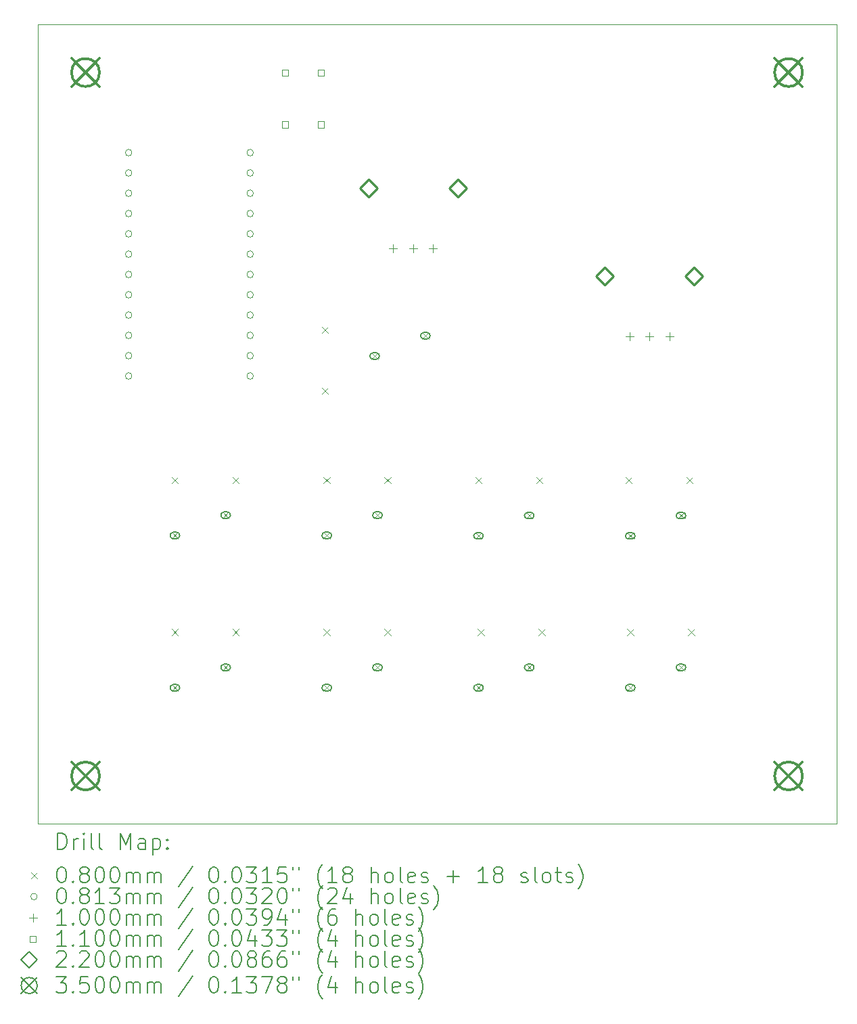
<source format=gbr>
%TF.GenerationSoftware,KiCad,Pcbnew,(6.0.9-0)*%
%TF.CreationDate,2023-04-08T13:57:58+09:00*%
%TF.ProjectId,keypad,6b657970-6164-42e6-9b69-6361645f7063,1*%
%TF.SameCoordinates,Original*%
%TF.FileFunction,Drillmap*%
%TF.FilePolarity,Positive*%
%FSLAX45Y45*%
G04 Gerber Fmt 4.5, Leading zero omitted, Abs format (unit mm)*
G04 Created by KiCad (PCBNEW (6.0.9-0)) date 2023-04-08 13:57:58*
%MOMM*%
%LPD*%
G01*
G04 APERTURE LIST*
%ADD10C,0.100000*%
%ADD11C,0.200000*%
%ADD12C,0.080000*%
%ADD13C,0.081280*%
%ADD14C,0.110000*%
%ADD15C,0.220000*%
%ADD16C,0.350000*%
G04 APERTURE END LIST*
D10*
X10338000Y-4800000D02*
X20338000Y-4800000D01*
X20338000Y-4800000D02*
X20338000Y-14800000D01*
X20338000Y-14800000D02*
X10338000Y-14800000D01*
X10338000Y-14800000D02*
X10338000Y-4800000D01*
D11*
D12*
X12017000Y-10460000D02*
X12097000Y-10540000D01*
X12097000Y-10460000D02*
X12017000Y-10540000D01*
X12017000Y-11151000D02*
X12097000Y-11231000D01*
X12097000Y-11151000D02*
X12017000Y-11231000D01*
D11*
X12037000Y-11231000D02*
X12077000Y-11231000D01*
X12037000Y-11151000D02*
X12077000Y-11151000D01*
X12077000Y-11231000D02*
G75*
G03*
X12077000Y-11151000I0J40000D01*
G01*
X12037000Y-11151000D02*
G75*
G03*
X12037000Y-11231000I0J-40000D01*
G01*
D12*
X12017000Y-12360000D02*
X12097000Y-12440000D01*
X12097000Y-12360000D02*
X12017000Y-12440000D01*
X12017000Y-13056000D02*
X12097000Y-13136000D01*
X12097000Y-13056000D02*
X12017000Y-13136000D01*
D11*
X12037000Y-13136000D02*
X12077000Y-13136000D01*
X12037000Y-13056000D02*
X12077000Y-13056000D01*
X12077000Y-13136000D02*
G75*
G03*
X12077000Y-13056000I0J40000D01*
G01*
X12037000Y-13056000D02*
G75*
G03*
X12037000Y-13136000I0J-40000D01*
G01*
D12*
X12652000Y-10897000D02*
X12732000Y-10977000D01*
X12732000Y-10897000D02*
X12652000Y-10977000D01*
D11*
X12672000Y-10977000D02*
X12712000Y-10977000D01*
X12672000Y-10897000D02*
X12712000Y-10897000D01*
X12712000Y-10977000D02*
G75*
G03*
X12712000Y-10897000I0J40000D01*
G01*
X12672000Y-10897000D02*
G75*
G03*
X12672000Y-10977000I0J-40000D01*
G01*
D12*
X12652000Y-12802000D02*
X12732000Y-12882000D01*
X12732000Y-12802000D02*
X12652000Y-12882000D01*
D11*
X12672000Y-12882000D02*
X12712000Y-12882000D01*
X12672000Y-12802000D02*
X12712000Y-12802000D01*
X12712000Y-12882000D02*
G75*
G03*
X12712000Y-12802000I0J40000D01*
G01*
X12672000Y-12802000D02*
G75*
G03*
X12672000Y-12882000I0J-40000D01*
G01*
D12*
X12779000Y-10460000D02*
X12859000Y-10540000D01*
X12859000Y-10460000D02*
X12779000Y-10540000D01*
X12779000Y-12360000D02*
X12859000Y-12440000D01*
X12859000Y-12360000D02*
X12779000Y-12440000D01*
X13898000Y-8579000D02*
X13978000Y-8659000D01*
X13978000Y-8579000D02*
X13898000Y-8659000D01*
X13898000Y-9341000D02*
X13978000Y-9421000D01*
X13978000Y-9341000D02*
X13898000Y-9421000D01*
X13917000Y-10460000D02*
X13997000Y-10540000D01*
X13997000Y-10460000D02*
X13917000Y-10540000D01*
X13917000Y-11151000D02*
X13997000Y-11231000D01*
X13997000Y-11151000D02*
X13917000Y-11231000D01*
D11*
X13937000Y-11231000D02*
X13977000Y-11231000D01*
X13937000Y-11151000D02*
X13977000Y-11151000D01*
X13977000Y-11231000D02*
G75*
G03*
X13977000Y-11151000I0J40000D01*
G01*
X13937000Y-11151000D02*
G75*
G03*
X13937000Y-11231000I0J-40000D01*
G01*
D12*
X13917000Y-12360000D02*
X13997000Y-12440000D01*
X13997000Y-12360000D02*
X13917000Y-12440000D01*
X13917000Y-13056000D02*
X13997000Y-13136000D01*
X13997000Y-13056000D02*
X13917000Y-13136000D01*
D11*
X13937000Y-13136000D02*
X13977000Y-13136000D01*
X13937000Y-13056000D02*
X13977000Y-13056000D01*
X13977000Y-13136000D02*
G75*
G03*
X13977000Y-13056000I0J40000D01*
G01*
X13937000Y-13056000D02*
G75*
G03*
X13937000Y-13136000I0J-40000D01*
G01*
D12*
X14517000Y-8906000D02*
X14597000Y-8986000D01*
X14597000Y-8906000D02*
X14517000Y-8986000D01*
D11*
X14537000Y-8986000D02*
X14577000Y-8986000D01*
X14537000Y-8906000D02*
X14577000Y-8906000D01*
X14577000Y-8986000D02*
G75*
G03*
X14577000Y-8906000I0J40000D01*
G01*
X14537000Y-8906000D02*
G75*
G03*
X14537000Y-8986000I0J-40000D01*
G01*
D12*
X14552000Y-10897000D02*
X14632000Y-10977000D01*
X14632000Y-10897000D02*
X14552000Y-10977000D01*
D11*
X14572000Y-10977000D02*
X14612000Y-10977000D01*
X14572000Y-10897000D02*
X14612000Y-10897000D01*
X14612000Y-10977000D02*
G75*
G03*
X14612000Y-10897000I0J40000D01*
G01*
X14572000Y-10897000D02*
G75*
G03*
X14572000Y-10977000I0J-40000D01*
G01*
D12*
X14552000Y-12802000D02*
X14632000Y-12882000D01*
X14632000Y-12802000D02*
X14552000Y-12882000D01*
D11*
X14572000Y-12882000D02*
X14612000Y-12882000D01*
X14572000Y-12802000D02*
X14612000Y-12802000D01*
X14612000Y-12882000D02*
G75*
G03*
X14612000Y-12802000I0J40000D01*
G01*
X14572000Y-12802000D02*
G75*
G03*
X14572000Y-12882000I0J-40000D01*
G01*
D12*
X14679000Y-10460000D02*
X14759000Y-10540000D01*
X14759000Y-10460000D02*
X14679000Y-10540000D01*
X14679000Y-12360000D02*
X14759000Y-12440000D01*
X14759000Y-12360000D02*
X14679000Y-12440000D01*
X15152000Y-8652000D02*
X15232000Y-8732000D01*
X15232000Y-8652000D02*
X15152000Y-8732000D01*
D11*
X15172000Y-8732000D02*
X15212000Y-8732000D01*
X15172000Y-8652000D02*
X15212000Y-8652000D01*
X15212000Y-8732000D02*
G75*
G03*
X15212000Y-8652000I0J40000D01*
G01*
X15172000Y-8652000D02*
G75*
G03*
X15172000Y-8732000I0J-40000D01*
G01*
D12*
X15817000Y-10460000D02*
X15897000Y-10540000D01*
X15897000Y-10460000D02*
X15817000Y-10540000D01*
X15817000Y-11156000D02*
X15897000Y-11236000D01*
X15897000Y-11156000D02*
X15817000Y-11236000D01*
D11*
X15837000Y-11236000D02*
X15877000Y-11236000D01*
X15837000Y-11156000D02*
X15877000Y-11156000D01*
X15877000Y-11236000D02*
G75*
G03*
X15877000Y-11156000I0J40000D01*
G01*
X15837000Y-11156000D02*
G75*
G03*
X15837000Y-11236000I0J-40000D01*
G01*
D12*
X15817000Y-13056000D02*
X15897000Y-13136000D01*
X15897000Y-13056000D02*
X15817000Y-13136000D01*
D11*
X15837000Y-13136000D02*
X15877000Y-13136000D01*
X15837000Y-13056000D02*
X15877000Y-13056000D01*
X15877000Y-13136000D02*
G75*
G03*
X15877000Y-13056000I0J40000D01*
G01*
X15837000Y-13056000D02*
G75*
G03*
X15837000Y-13136000I0J-40000D01*
G01*
D12*
X15848000Y-12360000D02*
X15928000Y-12440000D01*
X15928000Y-12360000D02*
X15848000Y-12440000D01*
X16452000Y-10902000D02*
X16532000Y-10982000D01*
X16532000Y-10902000D02*
X16452000Y-10982000D01*
D11*
X16472000Y-10982000D02*
X16512000Y-10982000D01*
X16472000Y-10902000D02*
X16512000Y-10902000D01*
X16512000Y-10982000D02*
G75*
G03*
X16512000Y-10902000I0J40000D01*
G01*
X16472000Y-10902000D02*
G75*
G03*
X16472000Y-10982000I0J-40000D01*
G01*
D12*
X16452000Y-12802000D02*
X16532000Y-12882000D01*
X16532000Y-12802000D02*
X16452000Y-12882000D01*
D11*
X16472000Y-12882000D02*
X16512000Y-12882000D01*
X16472000Y-12802000D02*
X16512000Y-12802000D01*
X16512000Y-12882000D02*
G75*
G03*
X16512000Y-12802000I0J40000D01*
G01*
X16472000Y-12802000D02*
G75*
G03*
X16472000Y-12882000I0J-40000D01*
G01*
D12*
X16579000Y-10460000D02*
X16659000Y-10540000D01*
X16659000Y-10460000D02*
X16579000Y-10540000D01*
X16610000Y-12360000D02*
X16690000Y-12440000D01*
X16690000Y-12360000D02*
X16610000Y-12440000D01*
X17698000Y-10460000D02*
X17778000Y-10540000D01*
X17778000Y-10460000D02*
X17698000Y-10540000D01*
X17717000Y-11156000D02*
X17797000Y-11236000D01*
X17797000Y-11156000D02*
X17717000Y-11236000D01*
D11*
X17737000Y-11236000D02*
X17777000Y-11236000D01*
X17737000Y-11156000D02*
X17777000Y-11156000D01*
X17777000Y-11236000D02*
G75*
G03*
X17777000Y-11156000I0J40000D01*
G01*
X17737000Y-11156000D02*
G75*
G03*
X17737000Y-11236000I0J-40000D01*
G01*
D12*
X17717000Y-12360000D02*
X17797000Y-12440000D01*
X17797000Y-12360000D02*
X17717000Y-12440000D01*
X17717000Y-13056000D02*
X17797000Y-13136000D01*
X17797000Y-13056000D02*
X17717000Y-13136000D01*
D11*
X17737000Y-13136000D02*
X17777000Y-13136000D01*
X17737000Y-13056000D02*
X17777000Y-13056000D01*
X17777000Y-13136000D02*
G75*
G03*
X17777000Y-13056000I0J40000D01*
G01*
X17737000Y-13056000D02*
G75*
G03*
X17737000Y-13136000I0J-40000D01*
G01*
D12*
X18352000Y-10902000D02*
X18432000Y-10982000D01*
X18432000Y-10902000D02*
X18352000Y-10982000D01*
D11*
X18372000Y-10982000D02*
X18412000Y-10982000D01*
X18372000Y-10902000D02*
X18412000Y-10902000D01*
X18412000Y-10982000D02*
G75*
G03*
X18412000Y-10902000I0J40000D01*
G01*
X18372000Y-10902000D02*
G75*
G03*
X18372000Y-10982000I0J-40000D01*
G01*
D12*
X18352000Y-12802000D02*
X18432000Y-12882000D01*
X18432000Y-12802000D02*
X18352000Y-12882000D01*
D11*
X18372000Y-12882000D02*
X18412000Y-12882000D01*
X18372000Y-12802000D02*
X18412000Y-12802000D01*
X18412000Y-12882000D02*
G75*
G03*
X18412000Y-12802000I0J40000D01*
G01*
X18372000Y-12802000D02*
G75*
G03*
X18372000Y-12882000I0J-40000D01*
G01*
D12*
X18460000Y-10460000D02*
X18540000Y-10540000D01*
X18540000Y-10460000D02*
X18460000Y-10540000D01*
X18479000Y-12360000D02*
X18559000Y-12440000D01*
X18559000Y-12360000D02*
X18479000Y-12440000D01*
D13*
X11517780Y-6402200D02*
G75*
G03*
X11517780Y-6402200I-40640J0D01*
G01*
X11517780Y-6656200D02*
G75*
G03*
X11517780Y-6656200I-40640J0D01*
G01*
X11517780Y-6910200D02*
G75*
G03*
X11517780Y-6910200I-40640J0D01*
G01*
X11517780Y-7164200D02*
G75*
G03*
X11517780Y-7164200I-40640J0D01*
G01*
X11517780Y-7418200D02*
G75*
G03*
X11517780Y-7418200I-40640J0D01*
G01*
X11517780Y-7672200D02*
G75*
G03*
X11517780Y-7672200I-40640J0D01*
G01*
X11517780Y-7926200D02*
G75*
G03*
X11517780Y-7926200I-40640J0D01*
G01*
X11517780Y-8180200D02*
G75*
G03*
X11517780Y-8180200I-40640J0D01*
G01*
X11517780Y-8434200D02*
G75*
G03*
X11517780Y-8434200I-40640J0D01*
G01*
X11517780Y-8688200D02*
G75*
G03*
X11517780Y-8688200I-40640J0D01*
G01*
X11517780Y-8942200D02*
G75*
G03*
X11517780Y-8942200I-40640J0D01*
G01*
X11517780Y-9196200D02*
G75*
G03*
X11517780Y-9196200I-40640J0D01*
G01*
X13039780Y-6402200D02*
G75*
G03*
X13039780Y-6402200I-40640J0D01*
G01*
X13039780Y-6656200D02*
G75*
G03*
X13039780Y-6656200I-40640J0D01*
G01*
X13039780Y-6910200D02*
G75*
G03*
X13039780Y-6910200I-40640J0D01*
G01*
X13039780Y-7164200D02*
G75*
G03*
X13039780Y-7164200I-40640J0D01*
G01*
X13039780Y-7418200D02*
G75*
G03*
X13039780Y-7418200I-40640J0D01*
G01*
X13039780Y-7672200D02*
G75*
G03*
X13039780Y-7672200I-40640J0D01*
G01*
X13039780Y-7926200D02*
G75*
G03*
X13039780Y-7926200I-40640J0D01*
G01*
X13039780Y-8180200D02*
G75*
G03*
X13039780Y-8180200I-40640J0D01*
G01*
X13039780Y-8434200D02*
G75*
G03*
X13039780Y-8434200I-40640J0D01*
G01*
X13039780Y-8688200D02*
G75*
G03*
X13039780Y-8688200I-40640J0D01*
G01*
X13039780Y-8942200D02*
G75*
G03*
X13039780Y-8942200I-40640J0D01*
G01*
X13039780Y-9196200D02*
G75*
G03*
X13039780Y-9196200I-40640J0D01*
G01*
D10*
X14788000Y-7550000D02*
X14788000Y-7650000D01*
X14738000Y-7600000D02*
X14838000Y-7600000D01*
X15038000Y-7550000D02*
X15038000Y-7650000D01*
X14988000Y-7600000D02*
X15088000Y-7600000D01*
X15288000Y-7550000D02*
X15288000Y-7650000D01*
X15238000Y-7600000D02*
X15338000Y-7600000D01*
X17748000Y-8650000D02*
X17748000Y-8750000D01*
X17698000Y-8700000D02*
X17798000Y-8700000D01*
X17998000Y-8650000D02*
X17998000Y-8750000D01*
X17948000Y-8700000D02*
X18048000Y-8700000D01*
X18248000Y-8650000D02*
X18248000Y-8750000D01*
X18198000Y-8700000D02*
X18298000Y-8700000D01*
D14*
X13476891Y-5438891D02*
X13476891Y-5361109D01*
X13399109Y-5361109D01*
X13399109Y-5438891D01*
X13476891Y-5438891D01*
X13476891Y-6088891D02*
X13476891Y-6011109D01*
X13399109Y-6011109D01*
X13399109Y-6088891D01*
X13476891Y-6088891D01*
X13926891Y-5438891D02*
X13926891Y-5361109D01*
X13849109Y-5361109D01*
X13849109Y-5438891D01*
X13926891Y-5438891D01*
X13926891Y-6088891D02*
X13926891Y-6011109D01*
X13849109Y-6011109D01*
X13849109Y-6088891D01*
X13926891Y-6088891D01*
D15*
X14478000Y-6960000D02*
X14588000Y-6850000D01*
X14478000Y-6740000D01*
X14368000Y-6850000D01*
X14478000Y-6960000D01*
X15598000Y-6960000D02*
X15708000Y-6850000D01*
X15598000Y-6740000D01*
X15488000Y-6850000D01*
X15598000Y-6960000D01*
X17438000Y-8060000D02*
X17548000Y-7950000D01*
X17438000Y-7840000D01*
X17328000Y-7950000D01*
X17438000Y-8060000D01*
X18558000Y-8060000D02*
X18668000Y-7950000D01*
X18558000Y-7840000D01*
X18448000Y-7950000D01*
X18558000Y-8060000D01*
D16*
X10763000Y-5225000D02*
X11113000Y-5575000D01*
X11113000Y-5225000D02*
X10763000Y-5575000D01*
X11113000Y-5400000D02*
G75*
G03*
X11113000Y-5400000I-175000J0D01*
G01*
X10763000Y-14025000D02*
X11113000Y-14375000D01*
X11113000Y-14025000D02*
X10763000Y-14375000D01*
X11113000Y-14200000D02*
G75*
G03*
X11113000Y-14200000I-175000J0D01*
G01*
X19563000Y-5225000D02*
X19913000Y-5575000D01*
X19913000Y-5225000D02*
X19563000Y-5575000D01*
X19913000Y-5400000D02*
G75*
G03*
X19913000Y-5400000I-175000J0D01*
G01*
X19563000Y-14025000D02*
X19913000Y-14375000D01*
X19913000Y-14025000D02*
X19563000Y-14375000D01*
X19913000Y-14200000D02*
G75*
G03*
X19913000Y-14200000I-175000J0D01*
G01*
D11*
X10590619Y-15115476D02*
X10590619Y-14915476D01*
X10638238Y-14915476D01*
X10666810Y-14925000D01*
X10685857Y-14944048D01*
X10695381Y-14963095D01*
X10704905Y-15001190D01*
X10704905Y-15029762D01*
X10695381Y-15067857D01*
X10685857Y-15086905D01*
X10666810Y-15105952D01*
X10638238Y-15115476D01*
X10590619Y-15115476D01*
X10790619Y-15115476D02*
X10790619Y-14982143D01*
X10790619Y-15020238D02*
X10800143Y-15001190D01*
X10809667Y-14991667D01*
X10828714Y-14982143D01*
X10847762Y-14982143D01*
X10914429Y-15115476D02*
X10914429Y-14982143D01*
X10914429Y-14915476D02*
X10904905Y-14925000D01*
X10914429Y-14934524D01*
X10923952Y-14925000D01*
X10914429Y-14915476D01*
X10914429Y-14934524D01*
X11038238Y-15115476D02*
X11019190Y-15105952D01*
X11009667Y-15086905D01*
X11009667Y-14915476D01*
X11143000Y-15115476D02*
X11123952Y-15105952D01*
X11114429Y-15086905D01*
X11114429Y-14915476D01*
X11371571Y-15115476D02*
X11371571Y-14915476D01*
X11438238Y-15058333D01*
X11504905Y-14915476D01*
X11504905Y-15115476D01*
X11685857Y-15115476D02*
X11685857Y-15010714D01*
X11676333Y-14991667D01*
X11657286Y-14982143D01*
X11619190Y-14982143D01*
X11600143Y-14991667D01*
X11685857Y-15105952D02*
X11666809Y-15115476D01*
X11619190Y-15115476D01*
X11600143Y-15105952D01*
X11590619Y-15086905D01*
X11590619Y-15067857D01*
X11600143Y-15048809D01*
X11619190Y-15039286D01*
X11666809Y-15039286D01*
X11685857Y-15029762D01*
X11781095Y-14982143D02*
X11781095Y-15182143D01*
X11781095Y-14991667D02*
X11800143Y-14982143D01*
X11838238Y-14982143D01*
X11857286Y-14991667D01*
X11866809Y-15001190D01*
X11876333Y-15020238D01*
X11876333Y-15077381D01*
X11866809Y-15096428D01*
X11857286Y-15105952D01*
X11838238Y-15115476D01*
X11800143Y-15115476D01*
X11781095Y-15105952D01*
X11962048Y-15096428D02*
X11971571Y-15105952D01*
X11962048Y-15115476D01*
X11952524Y-15105952D01*
X11962048Y-15096428D01*
X11962048Y-15115476D01*
X11962048Y-14991667D02*
X11971571Y-15001190D01*
X11962048Y-15010714D01*
X11952524Y-15001190D01*
X11962048Y-14991667D01*
X11962048Y-15010714D01*
D12*
X10253000Y-15405000D02*
X10333000Y-15485000D01*
X10333000Y-15405000D02*
X10253000Y-15485000D01*
D11*
X10628714Y-15335476D02*
X10647762Y-15335476D01*
X10666810Y-15345000D01*
X10676333Y-15354524D01*
X10685857Y-15373571D01*
X10695381Y-15411667D01*
X10695381Y-15459286D01*
X10685857Y-15497381D01*
X10676333Y-15516428D01*
X10666810Y-15525952D01*
X10647762Y-15535476D01*
X10628714Y-15535476D01*
X10609667Y-15525952D01*
X10600143Y-15516428D01*
X10590619Y-15497381D01*
X10581095Y-15459286D01*
X10581095Y-15411667D01*
X10590619Y-15373571D01*
X10600143Y-15354524D01*
X10609667Y-15345000D01*
X10628714Y-15335476D01*
X10781095Y-15516428D02*
X10790619Y-15525952D01*
X10781095Y-15535476D01*
X10771571Y-15525952D01*
X10781095Y-15516428D01*
X10781095Y-15535476D01*
X10904905Y-15421190D02*
X10885857Y-15411667D01*
X10876333Y-15402143D01*
X10866810Y-15383095D01*
X10866810Y-15373571D01*
X10876333Y-15354524D01*
X10885857Y-15345000D01*
X10904905Y-15335476D01*
X10943000Y-15335476D01*
X10962048Y-15345000D01*
X10971571Y-15354524D01*
X10981095Y-15373571D01*
X10981095Y-15383095D01*
X10971571Y-15402143D01*
X10962048Y-15411667D01*
X10943000Y-15421190D01*
X10904905Y-15421190D01*
X10885857Y-15430714D01*
X10876333Y-15440238D01*
X10866810Y-15459286D01*
X10866810Y-15497381D01*
X10876333Y-15516428D01*
X10885857Y-15525952D01*
X10904905Y-15535476D01*
X10943000Y-15535476D01*
X10962048Y-15525952D01*
X10971571Y-15516428D01*
X10981095Y-15497381D01*
X10981095Y-15459286D01*
X10971571Y-15440238D01*
X10962048Y-15430714D01*
X10943000Y-15421190D01*
X11104905Y-15335476D02*
X11123952Y-15335476D01*
X11143000Y-15345000D01*
X11152524Y-15354524D01*
X11162048Y-15373571D01*
X11171571Y-15411667D01*
X11171571Y-15459286D01*
X11162048Y-15497381D01*
X11152524Y-15516428D01*
X11143000Y-15525952D01*
X11123952Y-15535476D01*
X11104905Y-15535476D01*
X11085857Y-15525952D01*
X11076333Y-15516428D01*
X11066810Y-15497381D01*
X11057286Y-15459286D01*
X11057286Y-15411667D01*
X11066810Y-15373571D01*
X11076333Y-15354524D01*
X11085857Y-15345000D01*
X11104905Y-15335476D01*
X11295381Y-15335476D02*
X11314428Y-15335476D01*
X11333476Y-15345000D01*
X11343000Y-15354524D01*
X11352524Y-15373571D01*
X11362048Y-15411667D01*
X11362048Y-15459286D01*
X11352524Y-15497381D01*
X11343000Y-15516428D01*
X11333476Y-15525952D01*
X11314428Y-15535476D01*
X11295381Y-15535476D01*
X11276333Y-15525952D01*
X11266809Y-15516428D01*
X11257286Y-15497381D01*
X11247762Y-15459286D01*
X11247762Y-15411667D01*
X11257286Y-15373571D01*
X11266809Y-15354524D01*
X11276333Y-15345000D01*
X11295381Y-15335476D01*
X11447762Y-15535476D02*
X11447762Y-15402143D01*
X11447762Y-15421190D02*
X11457286Y-15411667D01*
X11476333Y-15402143D01*
X11504905Y-15402143D01*
X11523952Y-15411667D01*
X11533476Y-15430714D01*
X11533476Y-15535476D01*
X11533476Y-15430714D02*
X11543000Y-15411667D01*
X11562048Y-15402143D01*
X11590619Y-15402143D01*
X11609667Y-15411667D01*
X11619190Y-15430714D01*
X11619190Y-15535476D01*
X11714428Y-15535476D02*
X11714428Y-15402143D01*
X11714428Y-15421190D02*
X11723952Y-15411667D01*
X11743000Y-15402143D01*
X11771571Y-15402143D01*
X11790619Y-15411667D01*
X11800143Y-15430714D01*
X11800143Y-15535476D01*
X11800143Y-15430714D02*
X11809667Y-15411667D01*
X11828714Y-15402143D01*
X11857286Y-15402143D01*
X11876333Y-15411667D01*
X11885857Y-15430714D01*
X11885857Y-15535476D01*
X12276333Y-15325952D02*
X12104905Y-15583095D01*
X12533476Y-15335476D02*
X12552524Y-15335476D01*
X12571571Y-15345000D01*
X12581095Y-15354524D01*
X12590619Y-15373571D01*
X12600143Y-15411667D01*
X12600143Y-15459286D01*
X12590619Y-15497381D01*
X12581095Y-15516428D01*
X12571571Y-15525952D01*
X12552524Y-15535476D01*
X12533476Y-15535476D01*
X12514428Y-15525952D01*
X12504905Y-15516428D01*
X12495381Y-15497381D01*
X12485857Y-15459286D01*
X12485857Y-15411667D01*
X12495381Y-15373571D01*
X12504905Y-15354524D01*
X12514428Y-15345000D01*
X12533476Y-15335476D01*
X12685857Y-15516428D02*
X12695381Y-15525952D01*
X12685857Y-15535476D01*
X12676333Y-15525952D01*
X12685857Y-15516428D01*
X12685857Y-15535476D01*
X12819190Y-15335476D02*
X12838238Y-15335476D01*
X12857286Y-15345000D01*
X12866809Y-15354524D01*
X12876333Y-15373571D01*
X12885857Y-15411667D01*
X12885857Y-15459286D01*
X12876333Y-15497381D01*
X12866809Y-15516428D01*
X12857286Y-15525952D01*
X12838238Y-15535476D01*
X12819190Y-15535476D01*
X12800143Y-15525952D01*
X12790619Y-15516428D01*
X12781095Y-15497381D01*
X12771571Y-15459286D01*
X12771571Y-15411667D01*
X12781095Y-15373571D01*
X12790619Y-15354524D01*
X12800143Y-15345000D01*
X12819190Y-15335476D01*
X12952524Y-15335476D02*
X13076333Y-15335476D01*
X13009667Y-15411667D01*
X13038238Y-15411667D01*
X13057286Y-15421190D01*
X13066809Y-15430714D01*
X13076333Y-15449762D01*
X13076333Y-15497381D01*
X13066809Y-15516428D01*
X13057286Y-15525952D01*
X13038238Y-15535476D01*
X12981095Y-15535476D01*
X12962048Y-15525952D01*
X12952524Y-15516428D01*
X13266809Y-15535476D02*
X13152524Y-15535476D01*
X13209667Y-15535476D02*
X13209667Y-15335476D01*
X13190619Y-15364048D01*
X13171571Y-15383095D01*
X13152524Y-15392619D01*
X13447762Y-15335476D02*
X13352524Y-15335476D01*
X13343000Y-15430714D01*
X13352524Y-15421190D01*
X13371571Y-15411667D01*
X13419190Y-15411667D01*
X13438238Y-15421190D01*
X13447762Y-15430714D01*
X13457286Y-15449762D01*
X13457286Y-15497381D01*
X13447762Y-15516428D01*
X13438238Y-15525952D01*
X13419190Y-15535476D01*
X13371571Y-15535476D01*
X13352524Y-15525952D01*
X13343000Y-15516428D01*
X13533476Y-15335476D02*
X13533476Y-15373571D01*
X13609667Y-15335476D02*
X13609667Y-15373571D01*
X13904905Y-15611667D02*
X13895381Y-15602143D01*
X13876333Y-15573571D01*
X13866809Y-15554524D01*
X13857286Y-15525952D01*
X13847762Y-15478333D01*
X13847762Y-15440238D01*
X13857286Y-15392619D01*
X13866809Y-15364048D01*
X13876333Y-15345000D01*
X13895381Y-15316428D01*
X13904905Y-15306905D01*
X14085857Y-15535476D02*
X13971571Y-15535476D01*
X14028714Y-15535476D02*
X14028714Y-15335476D01*
X14009667Y-15364048D01*
X13990619Y-15383095D01*
X13971571Y-15392619D01*
X14200143Y-15421190D02*
X14181095Y-15411667D01*
X14171571Y-15402143D01*
X14162048Y-15383095D01*
X14162048Y-15373571D01*
X14171571Y-15354524D01*
X14181095Y-15345000D01*
X14200143Y-15335476D01*
X14238238Y-15335476D01*
X14257286Y-15345000D01*
X14266809Y-15354524D01*
X14276333Y-15373571D01*
X14276333Y-15383095D01*
X14266809Y-15402143D01*
X14257286Y-15411667D01*
X14238238Y-15421190D01*
X14200143Y-15421190D01*
X14181095Y-15430714D01*
X14171571Y-15440238D01*
X14162048Y-15459286D01*
X14162048Y-15497381D01*
X14171571Y-15516428D01*
X14181095Y-15525952D01*
X14200143Y-15535476D01*
X14238238Y-15535476D01*
X14257286Y-15525952D01*
X14266809Y-15516428D01*
X14276333Y-15497381D01*
X14276333Y-15459286D01*
X14266809Y-15440238D01*
X14257286Y-15430714D01*
X14238238Y-15421190D01*
X14514428Y-15535476D02*
X14514428Y-15335476D01*
X14600143Y-15535476D02*
X14600143Y-15430714D01*
X14590619Y-15411667D01*
X14571571Y-15402143D01*
X14543000Y-15402143D01*
X14523952Y-15411667D01*
X14514428Y-15421190D01*
X14723952Y-15535476D02*
X14704905Y-15525952D01*
X14695381Y-15516428D01*
X14685857Y-15497381D01*
X14685857Y-15440238D01*
X14695381Y-15421190D01*
X14704905Y-15411667D01*
X14723952Y-15402143D01*
X14752524Y-15402143D01*
X14771571Y-15411667D01*
X14781095Y-15421190D01*
X14790619Y-15440238D01*
X14790619Y-15497381D01*
X14781095Y-15516428D01*
X14771571Y-15525952D01*
X14752524Y-15535476D01*
X14723952Y-15535476D01*
X14904905Y-15535476D02*
X14885857Y-15525952D01*
X14876333Y-15506905D01*
X14876333Y-15335476D01*
X15057286Y-15525952D02*
X15038238Y-15535476D01*
X15000143Y-15535476D01*
X14981095Y-15525952D01*
X14971571Y-15506905D01*
X14971571Y-15430714D01*
X14981095Y-15411667D01*
X15000143Y-15402143D01*
X15038238Y-15402143D01*
X15057286Y-15411667D01*
X15066809Y-15430714D01*
X15066809Y-15449762D01*
X14971571Y-15468809D01*
X15143000Y-15525952D02*
X15162048Y-15535476D01*
X15200143Y-15535476D01*
X15219190Y-15525952D01*
X15228714Y-15506905D01*
X15228714Y-15497381D01*
X15219190Y-15478333D01*
X15200143Y-15468809D01*
X15171571Y-15468809D01*
X15152524Y-15459286D01*
X15143000Y-15440238D01*
X15143000Y-15430714D01*
X15152524Y-15411667D01*
X15171571Y-15402143D01*
X15200143Y-15402143D01*
X15219190Y-15411667D01*
X15466809Y-15459286D02*
X15619190Y-15459286D01*
X15543000Y-15535476D02*
X15543000Y-15383095D01*
X15971571Y-15535476D02*
X15857286Y-15535476D01*
X15914428Y-15535476D02*
X15914428Y-15335476D01*
X15895381Y-15364048D01*
X15876333Y-15383095D01*
X15857286Y-15392619D01*
X16085857Y-15421190D02*
X16066809Y-15411667D01*
X16057286Y-15402143D01*
X16047762Y-15383095D01*
X16047762Y-15373571D01*
X16057286Y-15354524D01*
X16066809Y-15345000D01*
X16085857Y-15335476D01*
X16123952Y-15335476D01*
X16143000Y-15345000D01*
X16152524Y-15354524D01*
X16162048Y-15373571D01*
X16162048Y-15383095D01*
X16152524Y-15402143D01*
X16143000Y-15411667D01*
X16123952Y-15421190D01*
X16085857Y-15421190D01*
X16066809Y-15430714D01*
X16057286Y-15440238D01*
X16047762Y-15459286D01*
X16047762Y-15497381D01*
X16057286Y-15516428D01*
X16066809Y-15525952D01*
X16085857Y-15535476D01*
X16123952Y-15535476D01*
X16143000Y-15525952D01*
X16152524Y-15516428D01*
X16162048Y-15497381D01*
X16162048Y-15459286D01*
X16152524Y-15440238D01*
X16143000Y-15430714D01*
X16123952Y-15421190D01*
X16390619Y-15525952D02*
X16409667Y-15535476D01*
X16447762Y-15535476D01*
X16466809Y-15525952D01*
X16476333Y-15506905D01*
X16476333Y-15497381D01*
X16466809Y-15478333D01*
X16447762Y-15468809D01*
X16419190Y-15468809D01*
X16400143Y-15459286D01*
X16390619Y-15440238D01*
X16390619Y-15430714D01*
X16400143Y-15411667D01*
X16419190Y-15402143D01*
X16447762Y-15402143D01*
X16466809Y-15411667D01*
X16590619Y-15535476D02*
X16571571Y-15525952D01*
X16562048Y-15506905D01*
X16562048Y-15335476D01*
X16695381Y-15535476D02*
X16676333Y-15525952D01*
X16666809Y-15516428D01*
X16657286Y-15497381D01*
X16657286Y-15440238D01*
X16666809Y-15421190D01*
X16676333Y-15411667D01*
X16695381Y-15402143D01*
X16723952Y-15402143D01*
X16743000Y-15411667D01*
X16752524Y-15421190D01*
X16762048Y-15440238D01*
X16762048Y-15497381D01*
X16752524Y-15516428D01*
X16743000Y-15525952D01*
X16723952Y-15535476D01*
X16695381Y-15535476D01*
X16819190Y-15402143D02*
X16895381Y-15402143D01*
X16847762Y-15335476D02*
X16847762Y-15506905D01*
X16857286Y-15525952D01*
X16876333Y-15535476D01*
X16895381Y-15535476D01*
X16952524Y-15525952D02*
X16971571Y-15535476D01*
X17009667Y-15535476D01*
X17028714Y-15525952D01*
X17038238Y-15506905D01*
X17038238Y-15497381D01*
X17028714Y-15478333D01*
X17009667Y-15468809D01*
X16981095Y-15468809D01*
X16962048Y-15459286D01*
X16952524Y-15440238D01*
X16952524Y-15430714D01*
X16962048Y-15411667D01*
X16981095Y-15402143D01*
X17009667Y-15402143D01*
X17028714Y-15411667D01*
X17104905Y-15611667D02*
X17114429Y-15602143D01*
X17133476Y-15573571D01*
X17143000Y-15554524D01*
X17152524Y-15525952D01*
X17162048Y-15478333D01*
X17162048Y-15440238D01*
X17152524Y-15392619D01*
X17143000Y-15364048D01*
X17133476Y-15345000D01*
X17114429Y-15316428D01*
X17104905Y-15306905D01*
D13*
X10333000Y-15709000D02*
G75*
G03*
X10333000Y-15709000I-40640J0D01*
G01*
D11*
X10628714Y-15599476D02*
X10647762Y-15599476D01*
X10666810Y-15609000D01*
X10676333Y-15618524D01*
X10685857Y-15637571D01*
X10695381Y-15675667D01*
X10695381Y-15723286D01*
X10685857Y-15761381D01*
X10676333Y-15780428D01*
X10666810Y-15789952D01*
X10647762Y-15799476D01*
X10628714Y-15799476D01*
X10609667Y-15789952D01*
X10600143Y-15780428D01*
X10590619Y-15761381D01*
X10581095Y-15723286D01*
X10581095Y-15675667D01*
X10590619Y-15637571D01*
X10600143Y-15618524D01*
X10609667Y-15609000D01*
X10628714Y-15599476D01*
X10781095Y-15780428D02*
X10790619Y-15789952D01*
X10781095Y-15799476D01*
X10771571Y-15789952D01*
X10781095Y-15780428D01*
X10781095Y-15799476D01*
X10904905Y-15685190D02*
X10885857Y-15675667D01*
X10876333Y-15666143D01*
X10866810Y-15647095D01*
X10866810Y-15637571D01*
X10876333Y-15618524D01*
X10885857Y-15609000D01*
X10904905Y-15599476D01*
X10943000Y-15599476D01*
X10962048Y-15609000D01*
X10971571Y-15618524D01*
X10981095Y-15637571D01*
X10981095Y-15647095D01*
X10971571Y-15666143D01*
X10962048Y-15675667D01*
X10943000Y-15685190D01*
X10904905Y-15685190D01*
X10885857Y-15694714D01*
X10876333Y-15704238D01*
X10866810Y-15723286D01*
X10866810Y-15761381D01*
X10876333Y-15780428D01*
X10885857Y-15789952D01*
X10904905Y-15799476D01*
X10943000Y-15799476D01*
X10962048Y-15789952D01*
X10971571Y-15780428D01*
X10981095Y-15761381D01*
X10981095Y-15723286D01*
X10971571Y-15704238D01*
X10962048Y-15694714D01*
X10943000Y-15685190D01*
X11171571Y-15799476D02*
X11057286Y-15799476D01*
X11114429Y-15799476D02*
X11114429Y-15599476D01*
X11095381Y-15628048D01*
X11076333Y-15647095D01*
X11057286Y-15656619D01*
X11238238Y-15599476D02*
X11362048Y-15599476D01*
X11295381Y-15675667D01*
X11323952Y-15675667D01*
X11343000Y-15685190D01*
X11352524Y-15694714D01*
X11362048Y-15713762D01*
X11362048Y-15761381D01*
X11352524Y-15780428D01*
X11343000Y-15789952D01*
X11323952Y-15799476D01*
X11266809Y-15799476D01*
X11247762Y-15789952D01*
X11238238Y-15780428D01*
X11447762Y-15799476D02*
X11447762Y-15666143D01*
X11447762Y-15685190D02*
X11457286Y-15675667D01*
X11476333Y-15666143D01*
X11504905Y-15666143D01*
X11523952Y-15675667D01*
X11533476Y-15694714D01*
X11533476Y-15799476D01*
X11533476Y-15694714D02*
X11543000Y-15675667D01*
X11562048Y-15666143D01*
X11590619Y-15666143D01*
X11609667Y-15675667D01*
X11619190Y-15694714D01*
X11619190Y-15799476D01*
X11714428Y-15799476D02*
X11714428Y-15666143D01*
X11714428Y-15685190D02*
X11723952Y-15675667D01*
X11743000Y-15666143D01*
X11771571Y-15666143D01*
X11790619Y-15675667D01*
X11800143Y-15694714D01*
X11800143Y-15799476D01*
X11800143Y-15694714D02*
X11809667Y-15675667D01*
X11828714Y-15666143D01*
X11857286Y-15666143D01*
X11876333Y-15675667D01*
X11885857Y-15694714D01*
X11885857Y-15799476D01*
X12276333Y-15589952D02*
X12104905Y-15847095D01*
X12533476Y-15599476D02*
X12552524Y-15599476D01*
X12571571Y-15609000D01*
X12581095Y-15618524D01*
X12590619Y-15637571D01*
X12600143Y-15675667D01*
X12600143Y-15723286D01*
X12590619Y-15761381D01*
X12581095Y-15780428D01*
X12571571Y-15789952D01*
X12552524Y-15799476D01*
X12533476Y-15799476D01*
X12514428Y-15789952D01*
X12504905Y-15780428D01*
X12495381Y-15761381D01*
X12485857Y-15723286D01*
X12485857Y-15675667D01*
X12495381Y-15637571D01*
X12504905Y-15618524D01*
X12514428Y-15609000D01*
X12533476Y-15599476D01*
X12685857Y-15780428D02*
X12695381Y-15789952D01*
X12685857Y-15799476D01*
X12676333Y-15789952D01*
X12685857Y-15780428D01*
X12685857Y-15799476D01*
X12819190Y-15599476D02*
X12838238Y-15599476D01*
X12857286Y-15609000D01*
X12866809Y-15618524D01*
X12876333Y-15637571D01*
X12885857Y-15675667D01*
X12885857Y-15723286D01*
X12876333Y-15761381D01*
X12866809Y-15780428D01*
X12857286Y-15789952D01*
X12838238Y-15799476D01*
X12819190Y-15799476D01*
X12800143Y-15789952D01*
X12790619Y-15780428D01*
X12781095Y-15761381D01*
X12771571Y-15723286D01*
X12771571Y-15675667D01*
X12781095Y-15637571D01*
X12790619Y-15618524D01*
X12800143Y-15609000D01*
X12819190Y-15599476D01*
X12952524Y-15599476D02*
X13076333Y-15599476D01*
X13009667Y-15675667D01*
X13038238Y-15675667D01*
X13057286Y-15685190D01*
X13066809Y-15694714D01*
X13076333Y-15713762D01*
X13076333Y-15761381D01*
X13066809Y-15780428D01*
X13057286Y-15789952D01*
X13038238Y-15799476D01*
X12981095Y-15799476D01*
X12962048Y-15789952D01*
X12952524Y-15780428D01*
X13152524Y-15618524D02*
X13162048Y-15609000D01*
X13181095Y-15599476D01*
X13228714Y-15599476D01*
X13247762Y-15609000D01*
X13257286Y-15618524D01*
X13266809Y-15637571D01*
X13266809Y-15656619D01*
X13257286Y-15685190D01*
X13143000Y-15799476D01*
X13266809Y-15799476D01*
X13390619Y-15599476D02*
X13409667Y-15599476D01*
X13428714Y-15609000D01*
X13438238Y-15618524D01*
X13447762Y-15637571D01*
X13457286Y-15675667D01*
X13457286Y-15723286D01*
X13447762Y-15761381D01*
X13438238Y-15780428D01*
X13428714Y-15789952D01*
X13409667Y-15799476D01*
X13390619Y-15799476D01*
X13371571Y-15789952D01*
X13362048Y-15780428D01*
X13352524Y-15761381D01*
X13343000Y-15723286D01*
X13343000Y-15675667D01*
X13352524Y-15637571D01*
X13362048Y-15618524D01*
X13371571Y-15609000D01*
X13390619Y-15599476D01*
X13533476Y-15599476D02*
X13533476Y-15637571D01*
X13609667Y-15599476D02*
X13609667Y-15637571D01*
X13904905Y-15875667D02*
X13895381Y-15866143D01*
X13876333Y-15837571D01*
X13866809Y-15818524D01*
X13857286Y-15789952D01*
X13847762Y-15742333D01*
X13847762Y-15704238D01*
X13857286Y-15656619D01*
X13866809Y-15628048D01*
X13876333Y-15609000D01*
X13895381Y-15580428D01*
X13904905Y-15570905D01*
X13971571Y-15618524D02*
X13981095Y-15609000D01*
X14000143Y-15599476D01*
X14047762Y-15599476D01*
X14066809Y-15609000D01*
X14076333Y-15618524D01*
X14085857Y-15637571D01*
X14085857Y-15656619D01*
X14076333Y-15685190D01*
X13962048Y-15799476D01*
X14085857Y-15799476D01*
X14257286Y-15666143D02*
X14257286Y-15799476D01*
X14209667Y-15589952D02*
X14162048Y-15732809D01*
X14285857Y-15732809D01*
X14514428Y-15799476D02*
X14514428Y-15599476D01*
X14600143Y-15799476D02*
X14600143Y-15694714D01*
X14590619Y-15675667D01*
X14571571Y-15666143D01*
X14543000Y-15666143D01*
X14523952Y-15675667D01*
X14514428Y-15685190D01*
X14723952Y-15799476D02*
X14704905Y-15789952D01*
X14695381Y-15780428D01*
X14685857Y-15761381D01*
X14685857Y-15704238D01*
X14695381Y-15685190D01*
X14704905Y-15675667D01*
X14723952Y-15666143D01*
X14752524Y-15666143D01*
X14771571Y-15675667D01*
X14781095Y-15685190D01*
X14790619Y-15704238D01*
X14790619Y-15761381D01*
X14781095Y-15780428D01*
X14771571Y-15789952D01*
X14752524Y-15799476D01*
X14723952Y-15799476D01*
X14904905Y-15799476D02*
X14885857Y-15789952D01*
X14876333Y-15770905D01*
X14876333Y-15599476D01*
X15057286Y-15789952D02*
X15038238Y-15799476D01*
X15000143Y-15799476D01*
X14981095Y-15789952D01*
X14971571Y-15770905D01*
X14971571Y-15694714D01*
X14981095Y-15675667D01*
X15000143Y-15666143D01*
X15038238Y-15666143D01*
X15057286Y-15675667D01*
X15066809Y-15694714D01*
X15066809Y-15713762D01*
X14971571Y-15732809D01*
X15143000Y-15789952D02*
X15162048Y-15799476D01*
X15200143Y-15799476D01*
X15219190Y-15789952D01*
X15228714Y-15770905D01*
X15228714Y-15761381D01*
X15219190Y-15742333D01*
X15200143Y-15732809D01*
X15171571Y-15732809D01*
X15152524Y-15723286D01*
X15143000Y-15704238D01*
X15143000Y-15694714D01*
X15152524Y-15675667D01*
X15171571Y-15666143D01*
X15200143Y-15666143D01*
X15219190Y-15675667D01*
X15295381Y-15875667D02*
X15304905Y-15866143D01*
X15323952Y-15837571D01*
X15333476Y-15818524D01*
X15343000Y-15789952D01*
X15352524Y-15742333D01*
X15352524Y-15704238D01*
X15343000Y-15656619D01*
X15333476Y-15628048D01*
X15323952Y-15609000D01*
X15304905Y-15580428D01*
X15295381Y-15570905D01*
D10*
X10283000Y-15923000D02*
X10283000Y-16023000D01*
X10233000Y-15973000D02*
X10333000Y-15973000D01*
D11*
X10695381Y-16063476D02*
X10581095Y-16063476D01*
X10638238Y-16063476D02*
X10638238Y-15863476D01*
X10619190Y-15892048D01*
X10600143Y-15911095D01*
X10581095Y-15920619D01*
X10781095Y-16044428D02*
X10790619Y-16053952D01*
X10781095Y-16063476D01*
X10771571Y-16053952D01*
X10781095Y-16044428D01*
X10781095Y-16063476D01*
X10914429Y-15863476D02*
X10933476Y-15863476D01*
X10952524Y-15873000D01*
X10962048Y-15882524D01*
X10971571Y-15901571D01*
X10981095Y-15939667D01*
X10981095Y-15987286D01*
X10971571Y-16025381D01*
X10962048Y-16044428D01*
X10952524Y-16053952D01*
X10933476Y-16063476D01*
X10914429Y-16063476D01*
X10895381Y-16053952D01*
X10885857Y-16044428D01*
X10876333Y-16025381D01*
X10866810Y-15987286D01*
X10866810Y-15939667D01*
X10876333Y-15901571D01*
X10885857Y-15882524D01*
X10895381Y-15873000D01*
X10914429Y-15863476D01*
X11104905Y-15863476D02*
X11123952Y-15863476D01*
X11143000Y-15873000D01*
X11152524Y-15882524D01*
X11162048Y-15901571D01*
X11171571Y-15939667D01*
X11171571Y-15987286D01*
X11162048Y-16025381D01*
X11152524Y-16044428D01*
X11143000Y-16053952D01*
X11123952Y-16063476D01*
X11104905Y-16063476D01*
X11085857Y-16053952D01*
X11076333Y-16044428D01*
X11066810Y-16025381D01*
X11057286Y-15987286D01*
X11057286Y-15939667D01*
X11066810Y-15901571D01*
X11076333Y-15882524D01*
X11085857Y-15873000D01*
X11104905Y-15863476D01*
X11295381Y-15863476D02*
X11314428Y-15863476D01*
X11333476Y-15873000D01*
X11343000Y-15882524D01*
X11352524Y-15901571D01*
X11362048Y-15939667D01*
X11362048Y-15987286D01*
X11352524Y-16025381D01*
X11343000Y-16044428D01*
X11333476Y-16053952D01*
X11314428Y-16063476D01*
X11295381Y-16063476D01*
X11276333Y-16053952D01*
X11266809Y-16044428D01*
X11257286Y-16025381D01*
X11247762Y-15987286D01*
X11247762Y-15939667D01*
X11257286Y-15901571D01*
X11266809Y-15882524D01*
X11276333Y-15873000D01*
X11295381Y-15863476D01*
X11447762Y-16063476D02*
X11447762Y-15930143D01*
X11447762Y-15949190D02*
X11457286Y-15939667D01*
X11476333Y-15930143D01*
X11504905Y-15930143D01*
X11523952Y-15939667D01*
X11533476Y-15958714D01*
X11533476Y-16063476D01*
X11533476Y-15958714D02*
X11543000Y-15939667D01*
X11562048Y-15930143D01*
X11590619Y-15930143D01*
X11609667Y-15939667D01*
X11619190Y-15958714D01*
X11619190Y-16063476D01*
X11714428Y-16063476D02*
X11714428Y-15930143D01*
X11714428Y-15949190D02*
X11723952Y-15939667D01*
X11743000Y-15930143D01*
X11771571Y-15930143D01*
X11790619Y-15939667D01*
X11800143Y-15958714D01*
X11800143Y-16063476D01*
X11800143Y-15958714D02*
X11809667Y-15939667D01*
X11828714Y-15930143D01*
X11857286Y-15930143D01*
X11876333Y-15939667D01*
X11885857Y-15958714D01*
X11885857Y-16063476D01*
X12276333Y-15853952D02*
X12104905Y-16111095D01*
X12533476Y-15863476D02*
X12552524Y-15863476D01*
X12571571Y-15873000D01*
X12581095Y-15882524D01*
X12590619Y-15901571D01*
X12600143Y-15939667D01*
X12600143Y-15987286D01*
X12590619Y-16025381D01*
X12581095Y-16044428D01*
X12571571Y-16053952D01*
X12552524Y-16063476D01*
X12533476Y-16063476D01*
X12514428Y-16053952D01*
X12504905Y-16044428D01*
X12495381Y-16025381D01*
X12485857Y-15987286D01*
X12485857Y-15939667D01*
X12495381Y-15901571D01*
X12504905Y-15882524D01*
X12514428Y-15873000D01*
X12533476Y-15863476D01*
X12685857Y-16044428D02*
X12695381Y-16053952D01*
X12685857Y-16063476D01*
X12676333Y-16053952D01*
X12685857Y-16044428D01*
X12685857Y-16063476D01*
X12819190Y-15863476D02*
X12838238Y-15863476D01*
X12857286Y-15873000D01*
X12866809Y-15882524D01*
X12876333Y-15901571D01*
X12885857Y-15939667D01*
X12885857Y-15987286D01*
X12876333Y-16025381D01*
X12866809Y-16044428D01*
X12857286Y-16053952D01*
X12838238Y-16063476D01*
X12819190Y-16063476D01*
X12800143Y-16053952D01*
X12790619Y-16044428D01*
X12781095Y-16025381D01*
X12771571Y-15987286D01*
X12771571Y-15939667D01*
X12781095Y-15901571D01*
X12790619Y-15882524D01*
X12800143Y-15873000D01*
X12819190Y-15863476D01*
X12952524Y-15863476D02*
X13076333Y-15863476D01*
X13009667Y-15939667D01*
X13038238Y-15939667D01*
X13057286Y-15949190D01*
X13066809Y-15958714D01*
X13076333Y-15977762D01*
X13076333Y-16025381D01*
X13066809Y-16044428D01*
X13057286Y-16053952D01*
X13038238Y-16063476D01*
X12981095Y-16063476D01*
X12962048Y-16053952D01*
X12952524Y-16044428D01*
X13171571Y-16063476D02*
X13209667Y-16063476D01*
X13228714Y-16053952D01*
X13238238Y-16044428D01*
X13257286Y-16015857D01*
X13266809Y-15977762D01*
X13266809Y-15901571D01*
X13257286Y-15882524D01*
X13247762Y-15873000D01*
X13228714Y-15863476D01*
X13190619Y-15863476D01*
X13171571Y-15873000D01*
X13162048Y-15882524D01*
X13152524Y-15901571D01*
X13152524Y-15949190D01*
X13162048Y-15968238D01*
X13171571Y-15977762D01*
X13190619Y-15987286D01*
X13228714Y-15987286D01*
X13247762Y-15977762D01*
X13257286Y-15968238D01*
X13266809Y-15949190D01*
X13438238Y-15930143D02*
X13438238Y-16063476D01*
X13390619Y-15853952D02*
X13343000Y-15996809D01*
X13466809Y-15996809D01*
X13533476Y-15863476D02*
X13533476Y-15901571D01*
X13609667Y-15863476D02*
X13609667Y-15901571D01*
X13904905Y-16139667D02*
X13895381Y-16130143D01*
X13876333Y-16101571D01*
X13866809Y-16082524D01*
X13857286Y-16053952D01*
X13847762Y-16006333D01*
X13847762Y-15968238D01*
X13857286Y-15920619D01*
X13866809Y-15892048D01*
X13876333Y-15873000D01*
X13895381Y-15844428D01*
X13904905Y-15834905D01*
X14066809Y-15863476D02*
X14028714Y-15863476D01*
X14009667Y-15873000D01*
X14000143Y-15882524D01*
X13981095Y-15911095D01*
X13971571Y-15949190D01*
X13971571Y-16025381D01*
X13981095Y-16044428D01*
X13990619Y-16053952D01*
X14009667Y-16063476D01*
X14047762Y-16063476D01*
X14066809Y-16053952D01*
X14076333Y-16044428D01*
X14085857Y-16025381D01*
X14085857Y-15977762D01*
X14076333Y-15958714D01*
X14066809Y-15949190D01*
X14047762Y-15939667D01*
X14009667Y-15939667D01*
X13990619Y-15949190D01*
X13981095Y-15958714D01*
X13971571Y-15977762D01*
X14323952Y-16063476D02*
X14323952Y-15863476D01*
X14409667Y-16063476D02*
X14409667Y-15958714D01*
X14400143Y-15939667D01*
X14381095Y-15930143D01*
X14352524Y-15930143D01*
X14333476Y-15939667D01*
X14323952Y-15949190D01*
X14533476Y-16063476D02*
X14514428Y-16053952D01*
X14504905Y-16044428D01*
X14495381Y-16025381D01*
X14495381Y-15968238D01*
X14504905Y-15949190D01*
X14514428Y-15939667D01*
X14533476Y-15930143D01*
X14562048Y-15930143D01*
X14581095Y-15939667D01*
X14590619Y-15949190D01*
X14600143Y-15968238D01*
X14600143Y-16025381D01*
X14590619Y-16044428D01*
X14581095Y-16053952D01*
X14562048Y-16063476D01*
X14533476Y-16063476D01*
X14714428Y-16063476D02*
X14695381Y-16053952D01*
X14685857Y-16034905D01*
X14685857Y-15863476D01*
X14866809Y-16053952D02*
X14847762Y-16063476D01*
X14809667Y-16063476D01*
X14790619Y-16053952D01*
X14781095Y-16034905D01*
X14781095Y-15958714D01*
X14790619Y-15939667D01*
X14809667Y-15930143D01*
X14847762Y-15930143D01*
X14866809Y-15939667D01*
X14876333Y-15958714D01*
X14876333Y-15977762D01*
X14781095Y-15996809D01*
X14952524Y-16053952D02*
X14971571Y-16063476D01*
X15009667Y-16063476D01*
X15028714Y-16053952D01*
X15038238Y-16034905D01*
X15038238Y-16025381D01*
X15028714Y-16006333D01*
X15009667Y-15996809D01*
X14981095Y-15996809D01*
X14962048Y-15987286D01*
X14952524Y-15968238D01*
X14952524Y-15958714D01*
X14962048Y-15939667D01*
X14981095Y-15930143D01*
X15009667Y-15930143D01*
X15028714Y-15939667D01*
X15104905Y-16139667D02*
X15114428Y-16130143D01*
X15133476Y-16101571D01*
X15143000Y-16082524D01*
X15152524Y-16053952D01*
X15162048Y-16006333D01*
X15162048Y-15968238D01*
X15152524Y-15920619D01*
X15143000Y-15892048D01*
X15133476Y-15873000D01*
X15114428Y-15844428D01*
X15104905Y-15834905D01*
D14*
X10316891Y-16275891D02*
X10316891Y-16198109D01*
X10239109Y-16198109D01*
X10239109Y-16275891D01*
X10316891Y-16275891D01*
D11*
X10695381Y-16327476D02*
X10581095Y-16327476D01*
X10638238Y-16327476D02*
X10638238Y-16127476D01*
X10619190Y-16156048D01*
X10600143Y-16175095D01*
X10581095Y-16184619D01*
X10781095Y-16308428D02*
X10790619Y-16317952D01*
X10781095Y-16327476D01*
X10771571Y-16317952D01*
X10781095Y-16308428D01*
X10781095Y-16327476D01*
X10981095Y-16327476D02*
X10866810Y-16327476D01*
X10923952Y-16327476D02*
X10923952Y-16127476D01*
X10904905Y-16156048D01*
X10885857Y-16175095D01*
X10866810Y-16184619D01*
X11104905Y-16127476D02*
X11123952Y-16127476D01*
X11143000Y-16137000D01*
X11152524Y-16146524D01*
X11162048Y-16165571D01*
X11171571Y-16203667D01*
X11171571Y-16251286D01*
X11162048Y-16289381D01*
X11152524Y-16308428D01*
X11143000Y-16317952D01*
X11123952Y-16327476D01*
X11104905Y-16327476D01*
X11085857Y-16317952D01*
X11076333Y-16308428D01*
X11066810Y-16289381D01*
X11057286Y-16251286D01*
X11057286Y-16203667D01*
X11066810Y-16165571D01*
X11076333Y-16146524D01*
X11085857Y-16137000D01*
X11104905Y-16127476D01*
X11295381Y-16127476D02*
X11314428Y-16127476D01*
X11333476Y-16137000D01*
X11343000Y-16146524D01*
X11352524Y-16165571D01*
X11362048Y-16203667D01*
X11362048Y-16251286D01*
X11352524Y-16289381D01*
X11343000Y-16308428D01*
X11333476Y-16317952D01*
X11314428Y-16327476D01*
X11295381Y-16327476D01*
X11276333Y-16317952D01*
X11266809Y-16308428D01*
X11257286Y-16289381D01*
X11247762Y-16251286D01*
X11247762Y-16203667D01*
X11257286Y-16165571D01*
X11266809Y-16146524D01*
X11276333Y-16137000D01*
X11295381Y-16127476D01*
X11447762Y-16327476D02*
X11447762Y-16194143D01*
X11447762Y-16213190D02*
X11457286Y-16203667D01*
X11476333Y-16194143D01*
X11504905Y-16194143D01*
X11523952Y-16203667D01*
X11533476Y-16222714D01*
X11533476Y-16327476D01*
X11533476Y-16222714D02*
X11543000Y-16203667D01*
X11562048Y-16194143D01*
X11590619Y-16194143D01*
X11609667Y-16203667D01*
X11619190Y-16222714D01*
X11619190Y-16327476D01*
X11714428Y-16327476D02*
X11714428Y-16194143D01*
X11714428Y-16213190D02*
X11723952Y-16203667D01*
X11743000Y-16194143D01*
X11771571Y-16194143D01*
X11790619Y-16203667D01*
X11800143Y-16222714D01*
X11800143Y-16327476D01*
X11800143Y-16222714D02*
X11809667Y-16203667D01*
X11828714Y-16194143D01*
X11857286Y-16194143D01*
X11876333Y-16203667D01*
X11885857Y-16222714D01*
X11885857Y-16327476D01*
X12276333Y-16117952D02*
X12104905Y-16375095D01*
X12533476Y-16127476D02*
X12552524Y-16127476D01*
X12571571Y-16137000D01*
X12581095Y-16146524D01*
X12590619Y-16165571D01*
X12600143Y-16203667D01*
X12600143Y-16251286D01*
X12590619Y-16289381D01*
X12581095Y-16308428D01*
X12571571Y-16317952D01*
X12552524Y-16327476D01*
X12533476Y-16327476D01*
X12514428Y-16317952D01*
X12504905Y-16308428D01*
X12495381Y-16289381D01*
X12485857Y-16251286D01*
X12485857Y-16203667D01*
X12495381Y-16165571D01*
X12504905Y-16146524D01*
X12514428Y-16137000D01*
X12533476Y-16127476D01*
X12685857Y-16308428D02*
X12695381Y-16317952D01*
X12685857Y-16327476D01*
X12676333Y-16317952D01*
X12685857Y-16308428D01*
X12685857Y-16327476D01*
X12819190Y-16127476D02*
X12838238Y-16127476D01*
X12857286Y-16137000D01*
X12866809Y-16146524D01*
X12876333Y-16165571D01*
X12885857Y-16203667D01*
X12885857Y-16251286D01*
X12876333Y-16289381D01*
X12866809Y-16308428D01*
X12857286Y-16317952D01*
X12838238Y-16327476D01*
X12819190Y-16327476D01*
X12800143Y-16317952D01*
X12790619Y-16308428D01*
X12781095Y-16289381D01*
X12771571Y-16251286D01*
X12771571Y-16203667D01*
X12781095Y-16165571D01*
X12790619Y-16146524D01*
X12800143Y-16137000D01*
X12819190Y-16127476D01*
X13057286Y-16194143D02*
X13057286Y-16327476D01*
X13009667Y-16117952D02*
X12962048Y-16260809D01*
X13085857Y-16260809D01*
X13143000Y-16127476D02*
X13266809Y-16127476D01*
X13200143Y-16203667D01*
X13228714Y-16203667D01*
X13247762Y-16213190D01*
X13257286Y-16222714D01*
X13266809Y-16241762D01*
X13266809Y-16289381D01*
X13257286Y-16308428D01*
X13247762Y-16317952D01*
X13228714Y-16327476D01*
X13171571Y-16327476D01*
X13152524Y-16317952D01*
X13143000Y-16308428D01*
X13333476Y-16127476D02*
X13457286Y-16127476D01*
X13390619Y-16203667D01*
X13419190Y-16203667D01*
X13438238Y-16213190D01*
X13447762Y-16222714D01*
X13457286Y-16241762D01*
X13457286Y-16289381D01*
X13447762Y-16308428D01*
X13438238Y-16317952D01*
X13419190Y-16327476D01*
X13362048Y-16327476D01*
X13343000Y-16317952D01*
X13333476Y-16308428D01*
X13533476Y-16127476D02*
X13533476Y-16165571D01*
X13609667Y-16127476D02*
X13609667Y-16165571D01*
X13904905Y-16403667D02*
X13895381Y-16394143D01*
X13876333Y-16365571D01*
X13866809Y-16346524D01*
X13857286Y-16317952D01*
X13847762Y-16270333D01*
X13847762Y-16232238D01*
X13857286Y-16184619D01*
X13866809Y-16156048D01*
X13876333Y-16137000D01*
X13895381Y-16108428D01*
X13904905Y-16098905D01*
X14066809Y-16194143D02*
X14066809Y-16327476D01*
X14019190Y-16117952D02*
X13971571Y-16260809D01*
X14095381Y-16260809D01*
X14323952Y-16327476D02*
X14323952Y-16127476D01*
X14409667Y-16327476D02*
X14409667Y-16222714D01*
X14400143Y-16203667D01*
X14381095Y-16194143D01*
X14352524Y-16194143D01*
X14333476Y-16203667D01*
X14323952Y-16213190D01*
X14533476Y-16327476D02*
X14514428Y-16317952D01*
X14504905Y-16308428D01*
X14495381Y-16289381D01*
X14495381Y-16232238D01*
X14504905Y-16213190D01*
X14514428Y-16203667D01*
X14533476Y-16194143D01*
X14562048Y-16194143D01*
X14581095Y-16203667D01*
X14590619Y-16213190D01*
X14600143Y-16232238D01*
X14600143Y-16289381D01*
X14590619Y-16308428D01*
X14581095Y-16317952D01*
X14562048Y-16327476D01*
X14533476Y-16327476D01*
X14714428Y-16327476D02*
X14695381Y-16317952D01*
X14685857Y-16298905D01*
X14685857Y-16127476D01*
X14866809Y-16317952D02*
X14847762Y-16327476D01*
X14809667Y-16327476D01*
X14790619Y-16317952D01*
X14781095Y-16298905D01*
X14781095Y-16222714D01*
X14790619Y-16203667D01*
X14809667Y-16194143D01*
X14847762Y-16194143D01*
X14866809Y-16203667D01*
X14876333Y-16222714D01*
X14876333Y-16241762D01*
X14781095Y-16260809D01*
X14952524Y-16317952D02*
X14971571Y-16327476D01*
X15009667Y-16327476D01*
X15028714Y-16317952D01*
X15038238Y-16298905D01*
X15038238Y-16289381D01*
X15028714Y-16270333D01*
X15009667Y-16260809D01*
X14981095Y-16260809D01*
X14962048Y-16251286D01*
X14952524Y-16232238D01*
X14952524Y-16222714D01*
X14962048Y-16203667D01*
X14981095Y-16194143D01*
X15009667Y-16194143D01*
X15028714Y-16203667D01*
X15104905Y-16403667D02*
X15114428Y-16394143D01*
X15133476Y-16365571D01*
X15143000Y-16346524D01*
X15152524Y-16317952D01*
X15162048Y-16270333D01*
X15162048Y-16232238D01*
X15152524Y-16184619D01*
X15143000Y-16156048D01*
X15133476Y-16137000D01*
X15114428Y-16108428D01*
X15104905Y-16098905D01*
X10233000Y-16601000D02*
X10333000Y-16501000D01*
X10233000Y-16401000D01*
X10133000Y-16501000D01*
X10233000Y-16601000D01*
X10581095Y-16410524D02*
X10590619Y-16401000D01*
X10609667Y-16391476D01*
X10657286Y-16391476D01*
X10676333Y-16401000D01*
X10685857Y-16410524D01*
X10695381Y-16429571D01*
X10695381Y-16448619D01*
X10685857Y-16477190D01*
X10571571Y-16591476D01*
X10695381Y-16591476D01*
X10781095Y-16572428D02*
X10790619Y-16581952D01*
X10781095Y-16591476D01*
X10771571Y-16581952D01*
X10781095Y-16572428D01*
X10781095Y-16591476D01*
X10866810Y-16410524D02*
X10876333Y-16401000D01*
X10895381Y-16391476D01*
X10943000Y-16391476D01*
X10962048Y-16401000D01*
X10971571Y-16410524D01*
X10981095Y-16429571D01*
X10981095Y-16448619D01*
X10971571Y-16477190D01*
X10857286Y-16591476D01*
X10981095Y-16591476D01*
X11104905Y-16391476D02*
X11123952Y-16391476D01*
X11143000Y-16401000D01*
X11152524Y-16410524D01*
X11162048Y-16429571D01*
X11171571Y-16467667D01*
X11171571Y-16515286D01*
X11162048Y-16553381D01*
X11152524Y-16572428D01*
X11143000Y-16581952D01*
X11123952Y-16591476D01*
X11104905Y-16591476D01*
X11085857Y-16581952D01*
X11076333Y-16572428D01*
X11066810Y-16553381D01*
X11057286Y-16515286D01*
X11057286Y-16467667D01*
X11066810Y-16429571D01*
X11076333Y-16410524D01*
X11085857Y-16401000D01*
X11104905Y-16391476D01*
X11295381Y-16391476D02*
X11314428Y-16391476D01*
X11333476Y-16401000D01*
X11343000Y-16410524D01*
X11352524Y-16429571D01*
X11362048Y-16467667D01*
X11362048Y-16515286D01*
X11352524Y-16553381D01*
X11343000Y-16572428D01*
X11333476Y-16581952D01*
X11314428Y-16591476D01*
X11295381Y-16591476D01*
X11276333Y-16581952D01*
X11266809Y-16572428D01*
X11257286Y-16553381D01*
X11247762Y-16515286D01*
X11247762Y-16467667D01*
X11257286Y-16429571D01*
X11266809Y-16410524D01*
X11276333Y-16401000D01*
X11295381Y-16391476D01*
X11447762Y-16591476D02*
X11447762Y-16458143D01*
X11447762Y-16477190D02*
X11457286Y-16467667D01*
X11476333Y-16458143D01*
X11504905Y-16458143D01*
X11523952Y-16467667D01*
X11533476Y-16486714D01*
X11533476Y-16591476D01*
X11533476Y-16486714D02*
X11543000Y-16467667D01*
X11562048Y-16458143D01*
X11590619Y-16458143D01*
X11609667Y-16467667D01*
X11619190Y-16486714D01*
X11619190Y-16591476D01*
X11714428Y-16591476D02*
X11714428Y-16458143D01*
X11714428Y-16477190D02*
X11723952Y-16467667D01*
X11743000Y-16458143D01*
X11771571Y-16458143D01*
X11790619Y-16467667D01*
X11800143Y-16486714D01*
X11800143Y-16591476D01*
X11800143Y-16486714D02*
X11809667Y-16467667D01*
X11828714Y-16458143D01*
X11857286Y-16458143D01*
X11876333Y-16467667D01*
X11885857Y-16486714D01*
X11885857Y-16591476D01*
X12276333Y-16381952D02*
X12104905Y-16639095D01*
X12533476Y-16391476D02*
X12552524Y-16391476D01*
X12571571Y-16401000D01*
X12581095Y-16410524D01*
X12590619Y-16429571D01*
X12600143Y-16467667D01*
X12600143Y-16515286D01*
X12590619Y-16553381D01*
X12581095Y-16572428D01*
X12571571Y-16581952D01*
X12552524Y-16591476D01*
X12533476Y-16591476D01*
X12514428Y-16581952D01*
X12504905Y-16572428D01*
X12495381Y-16553381D01*
X12485857Y-16515286D01*
X12485857Y-16467667D01*
X12495381Y-16429571D01*
X12504905Y-16410524D01*
X12514428Y-16401000D01*
X12533476Y-16391476D01*
X12685857Y-16572428D02*
X12695381Y-16581952D01*
X12685857Y-16591476D01*
X12676333Y-16581952D01*
X12685857Y-16572428D01*
X12685857Y-16591476D01*
X12819190Y-16391476D02*
X12838238Y-16391476D01*
X12857286Y-16401000D01*
X12866809Y-16410524D01*
X12876333Y-16429571D01*
X12885857Y-16467667D01*
X12885857Y-16515286D01*
X12876333Y-16553381D01*
X12866809Y-16572428D01*
X12857286Y-16581952D01*
X12838238Y-16591476D01*
X12819190Y-16591476D01*
X12800143Y-16581952D01*
X12790619Y-16572428D01*
X12781095Y-16553381D01*
X12771571Y-16515286D01*
X12771571Y-16467667D01*
X12781095Y-16429571D01*
X12790619Y-16410524D01*
X12800143Y-16401000D01*
X12819190Y-16391476D01*
X13000143Y-16477190D02*
X12981095Y-16467667D01*
X12971571Y-16458143D01*
X12962048Y-16439095D01*
X12962048Y-16429571D01*
X12971571Y-16410524D01*
X12981095Y-16401000D01*
X13000143Y-16391476D01*
X13038238Y-16391476D01*
X13057286Y-16401000D01*
X13066809Y-16410524D01*
X13076333Y-16429571D01*
X13076333Y-16439095D01*
X13066809Y-16458143D01*
X13057286Y-16467667D01*
X13038238Y-16477190D01*
X13000143Y-16477190D01*
X12981095Y-16486714D01*
X12971571Y-16496238D01*
X12962048Y-16515286D01*
X12962048Y-16553381D01*
X12971571Y-16572428D01*
X12981095Y-16581952D01*
X13000143Y-16591476D01*
X13038238Y-16591476D01*
X13057286Y-16581952D01*
X13066809Y-16572428D01*
X13076333Y-16553381D01*
X13076333Y-16515286D01*
X13066809Y-16496238D01*
X13057286Y-16486714D01*
X13038238Y-16477190D01*
X13247762Y-16391476D02*
X13209667Y-16391476D01*
X13190619Y-16401000D01*
X13181095Y-16410524D01*
X13162048Y-16439095D01*
X13152524Y-16477190D01*
X13152524Y-16553381D01*
X13162048Y-16572428D01*
X13171571Y-16581952D01*
X13190619Y-16591476D01*
X13228714Y-16591476D01*
X13247762Y-16581952D01*
X13257286Y-16572428D01*
X13266809Y-16553381D01*
X13266809Y-16505762D01*
X13257286Y-16486714D01*
X13247762Y-16477190D01*
X13228714Y-16467667D01*
X13190619Y-16467667D01*
X13171571Y-16477190D01*
X13162048Y-16486714D01*
X13152524Y-16505762D01*
X13438238Y-16391476D02*
X13400143Y-16391476D01*
X13381095Y-16401000D01*
X13371571Y-16410524D01*
X13352524Y-16439095D01*
X13343000Y-16477190D01*
X13343000Y-16553381D01*
X13352524Y-16572428D01*
X13362048Y-16581952D01*
X13381095Y-16591476D01*
X13419190Y-16591476D01*
X13438238Y-16581952D01*
X13447762Y-16572428D01*
X13457286Y-16553381D01*
X13457286Y-16505762D01*
X13447762Y-16486714D01*
X13438238Y-16477190D01*
X13419190Y-16467667D01*
X13381095Y-16467667D01*
X13362048Y-16477190D01*
X13352524Y-16486714D01*
X13343000Y-16505762D01*
X13533476Y-16391476D02*
X13533476Y-16429571D01*
X13609667Y-16391476D02*
X13609667Y-16429571D01*
X13904905Y-16667667D02*
X13895381Y-16658143D01*
X13876333Y-16629571D01*
X13866809Y-16610524D01*
X13857286Y-16581952D01*
X13847762Y-16534333D01*
X13847762Y-16496238D01*
X13857286Y-16448619D01*
X13866809Y-16420048D01*
X13876333Y-16401000D01*
X13895381Y-16372428D01*
X13904905Y-16362905D01*
X14066809Y-16458143D02*
X14066809Y-16591476D01*
X14019190Y-16381952D02*
X13971571Y-16524809D01*
X14095381Y-16524809D01*
X14323952Y-16591476D02*
X14323952Y-16391476D01*
X14409667Y-16591476D02*
X14409667Y-16486714D01*
X14400143Y-16467667D01*
X14381095Y-16458143D01*
X14352524Y-16458143D01*
X14333476Y-16467667D01*
X14323952Y-16477190D01*
X14533476Y-16591476D02*
X14514428Y-16581952D01*
X14504905Y-16572428D01*
X14495381Y-16553381D01*
X14495381Y-16496238D01*
X14504905Y-16477190D01*
X14514428Y-16467667D01*
X14533476Y-16458143D01*
X14562048Y-16458143D01*
X14581095Y-16467667D01*
X14590619Y-16477190D01*
X14600143Y-16496238D01*
X14600143Y-16553381D01*
X14590619Y-16572428D01*
X14581095Y-16581952D01*
X14562048Y-16591476D01*
X14533476Y-16591476D01*
X14714428Y-16591476D02*
X14695381Y-16581952D01*
X14685857Y-16562905D01*
X14685857Y-16391476D01*
X14866809Y-16581952D02*
X14847762Y-16591476D01*
X14809667Y-16591476D01*
X14790619Y-16581952D01*
X14781095Y-16562905D01*
X14781095Y-16486714D01*
X14790619Y-16467667D01*
X14809667Y-16458143D01*
X14847762Y-16458143D01*
X14866809Y-16467667D01*
X14876333Y-16486714D01*
X14876333Y-16505762D01*
X14781095Y-16524809D01*
X14952524Y-16581952D02*
X14971571Y-16591476D01*
X15009667Y-16591476D01*
X15028714Y-16581952D01*
X15038238Y-16562905D01*
X15038238Y-16553381D01*
X15028714Y-16534333D01*
X15009667Y-16524809D01*
X14981095Y-16524809D01*
X14962048Y-16515286D01*
X14952524Y-16496238D01*
X14952524Y-16486714D01*
X14962048Y-16467667D01*
X14981095Y-16458143D01*
X15009667Y-16458143D01*
X15028714Y-16467667D01*
X15104905Y-16667667D02*
X15114428Y-16658143D01*
X15133476Y-16629571D01*
X15143000Y-16610524D01*
X15152524Y-16581952D01*
X15162048Y-16534333D01*
X15162048Y-16496238D01*
X15152524Y-16448619D01*
X15143000Y-16420048D01*
X15133476Y-16401000D01*
X15114428Y-16372428D01*
X15104905Y-16362905D01*
X10133000Y-16721000D02*
X10333000Y-16921000D01*
X10333000Y-16721000D02*
X10133000Y-16921000D01*
X10333000Y-16821000D02*
G75*
G03*
X10333000Y-16821000I-100000J0D01*
G01*
X10571571Y-16711476D02*
X10695381Y-16711476D01*
X10628714Y-16787667D01*
X10657286Y-16787667D01*
X10676333Y-16797190D01*
X10685857Y-16806714D01*
X10695381Y-16825762D01*
X10695381Y-16873381D01*
X10685857Y-16892429D01*
X10676333Y-16901952D01*
X10657286Y-16911476D01*
X10600143Y-16911476D01*
X10581095Y-16901952D01*
X10571571Y-16892429D01*
X10781095Y-16892429D02*
X10790619Y-16901952D01*
X10781095Y-16911476D01*
X10771571Y-16901952D01*
X10781095Y-16892429D01*
X10781095Y-16911476D01*
X10971571Y-16711476D02*
X10876333Y-16711476D01*
X10866810Y-16806714D01*
X10876333Y-16797190D01*
X10895381Y-16787667D01*
X10943000Y-16787667D01*
X10962048Y-16797190D01*
X10971571Y-16806714D01*
X10981095Y-16825762D01*
X10981095Y-16873381D01*
X10971571Y-16892429D01*
X10962048Y-16901952D01*
X10943000Y-16911476D01*
X10895381Y-16911476D01*
X10876333Y-16901952D01*
X10866810Y-16892429D01*
X11104905Y-16711476D02*
X11123952Y-16711476D01*
X11143000Y-16721000D01*
X11152524Y-16730524D01*
X11162048Y-16749571D01*
X11171571Y-16787667D01*
X11171571Y-16835286D01*
X11162048Y-16873381D01*
X11152524Y-16892429D01*
X11143000Y-16901952D01*
X11123952Y-16911476D01*
X11104905Y-16911476D01*
X11085857Y-16901952D01*
X11076333Y-16892429D01*
X11066810Y-16873381D01*
X11057286Y-16835286D01*
X11057286Y-16787667D01*
X11066810Y-16749571D01*
X11076333Y-16730524D01*
X11085857Y-16721000D01*
X11104905Y-16711476D01*
X11295381Y-16711476D02*
X11314428Y-16711476D01*
X11333476Y-16721000D01*
X11343000Y-16730524D01*
X11352524Y-16749571D01*
X11362048Y-16787667D01*
X11362048Y-16835286D01*
X11352524Y-16873381D01*
X11343000Y-16892429D01*
X11333476Y-16901952D01*
X11314428Y-16911476D01*
X11295381Y-16911476D01*
X11276333Y-16901952D01*
X11266809Y-16892429D01*
X11257286Y-16873381D01*
X11247762Y-16835286D01*
X11247762Y-16787667D01*
X11257286Y-16749571D01*
X11266809Y-16730524D01*
X11276333Y-16721000D01*
X11295381Y-16711476D01*
X11447762Y-16911476D02*
X11447762Y-16778143D01*
X11447762Y-16797190D02*
X11457286Y-16787667D01*
X11476333Y-16778143D01*
X11504905Y-16778143D01*
X11523952Y-16787667D01*
X11533476Y-16806714D01*
X11533476Y-16911476D01*
X11533476Y-16806714D02*
X11543000Y-16787667D01*
X11562048Y-16778143D01*
X11590619Y-16778143D01*
X11609667Y-16787667D01*
X11619190Y-16806714D01*
X11619190Y-16911476D01*
X11714428Y-16911476D02*
X11714428Y-16778143D01*
X11714428Y-16797190D02*
X11723952Y-16787667D01*
X11743000Y-16778143D01*
X11771571Y-16778143D01*
X11790619Y-16787667D01*
X11800143Y-16806714D01*
X11800143Y-16911476D01*
X11800143Y-16806714D02*
X11809667Y-16787667D01*
X11828714Y-16778143D01*
X11857286Y-16778143D01*
X11876333Y-16787667D01*
X11885857Y-16806714D01*
X11885857Y-16911476D01*
X12276333Y-16701952D02*
X12104905Y-16959095D01*
X12533476Y-16711476D02*
X12552524Y-16711476D01*
X12571571Y-16721000D01*
X12581095Y-16730524D01*
X12590619Y-16749571D01*
X12600143Y-16787667D01*
X12600143Y-16835286D01*
X12590619Y-16873381D01*
X12581095Y-16892429D01*
X12571571Y-16901952D01*
X12552524Y-16911476D01*
X12533476Y-16911476D01*
X12514428Y-16901952D01*
X12504905Y-16892429D01*
X12495381Y-16873381D01*
X12485857Y-16835286D01*
X12485857Y-16787667D01*
X12495381Y-16749571D01*
X12504905Y-16730524D01*
X12514428Y-16721000D01*
X12533476Y-16711476D01*
X12685857Y-16892429D02*
X12695381Y-16901952D01*
X12685857Y-16911476D01*
X12676333Y-16901952D01*
X12685857Y-16892429D01*
X12685857Y-16911476D01*
X12885857Y-16911476D02*
X12771571Y-16911476D01*
X12828714Y-16911476D02*
X12828714Y-16711476D01*
X12809667Y-16740048D01*
X12790619Y-16759095D01*
X12771571Y-16768619D01*
X12952524Y-16711476D02*
X13076333Y-16711476D01*
X13009667Y-16787667D01*
X13038238Y-16787667D01*
X13057286Y-16797190D01*
X13066809Y-16806714D01*
X13076333Y-16825762D01*
X13076333Y-16873381D01*
X13066809Y-16892429D01*
X13057286Y-16901952D01*
X13038238Y-16911476D01*
X12981095Y-16911476D01*
X12962048Y-16901952D01*
X12952524Y-16892429D01*
X13143000Y-16711476D02*
X13276333Y-16711476D01*
X13190619Y-16911476D01*
X13381095Y-16797190D02*
X13362048Y-16787667D01*
X13352524Y-16778143D01*
X13343000Y-16759095D01*
X13343000Y-16749571D01*
X13352524Y-16730524D01*
X13362048Y-16721000D01*
X13381095Y-16711476D01*
X13419190Y-16711476D01*
X13438238Y-16721000D01*
X13447762Y-16730524D01*
X13457286Y-16749571D01*
X13457286Y-16759095D01*
X13447762Y-16778143D01*
X13438238Y-16787667D01*
X13419190Y-16797190D01*
X13381095Y-16797190D01*
X13362048Y-16806714D01*
X13352524Y-16816238D01*
X13343000Y-16835286D01*
X13343000Y-16873381D01*
X13352524Y-16892429D01*
X13362048Y-16901952D01*
X13381095Y-16911476D01*
X13419190Y-16911476D01*
X13438238Y-16901952D01*
X13447762Y-16892429D01*
X13457286Y-16873381D01*
X13457286Y-16835286D01*
X13447762Y-16816238D01*
X13438238Y-16806714D01*
X13419190Y-16797190D01*
X13533476Y-16711476D02*
X13533476Y-16749571D01*
X13609667Y-16711476D02*
X13609667Y-16749571D01*
X13904905Y-16987667D02*
X13895381Y-16978143D01*
X13876333Y-16949571D01*
X13866809Y-16930524D01*
X13857286Y-16901952D01*
X13847762Y-16854333D01*
X13847762Y-16816238D01*
X13857286Y-16768619D01*
X13866809Y-16740048D01*
X13876333Y-16721000D01*
X13895381Y-16692428D01*
X13904905Y-16682905D01*
X14066809Y-16778143D02*
X14066809Y-16911476D01*
X14019190Y-16701952D02*
X13971571Y-16844810D01*
X14095381Y-16844810D01*
X14323952Y-16911476D02*
X14323952Y-16711476D01*
X14409667Y-16911476D02*
X14409667Y-16806714D01*
X14400143Y-16787667D01*
X14381095Y-16778143D01*
X14352524Y-16778143D01*
X14333476Y-16787667D01*
X14323952Y-16797190D01*
X14533476Y-16911476D02*
X14514428Y-16901952D01*
X14504905Y-16892429D01*
X14495381Y-16873381D01*
X14495381Y-16816238D01*
X14504905Y-16797190D01*
X14514428Y-16787667D01*
X14533476Y-16778143D01*
X14562048Y-16778143D01*
X14581095Y-16787667D01*
X14590619Y-16797190D01*
X14600143Y-16816238D01*
X14600143Y-16873381D01*
X14590619Y-16892429D01*
X14581095Y-16901952D01*
X14562048Y-16911476D01*
X14533476Y-16911476D01*
X14714428Y-16911476D02*
X14695381Y-16901952D01*
X14685857Y-16882905D01*
X14685857Y-16711476D01*
X14866809Y-16901952D02*
X14847762Y-16911476D01*
X14809667Y-16911476D01*
X14790619Y-16901952D01*
X14781095Y-16882905D01*
X14781095Y-16806714D01*
X14790619Y-16787667D01*
X14809667Y-16778143D01*
X14847762Y-16778143D01*
X14866809Y-16787667D01*
X14876333Y-16806714D01*
X14876333Y-16825762D01*
X14781095Y-16844810D01*
X14952524Y-16901952D02*
X14971571Y-16911476D01*
X15009667Y-16911476D01*
X15028714Y-16901952D01*
X15038238Y-16882905D01*
X15038238Y-16873381D01*
X15028714Y-16854333D01*
X15009667Y-16844810D01*
X14981095Y-16844810D01*
X14962048Y-16835286D01*
X14952524Y-16816238D01*
X14952524Y-16806714D01*
X14962048Y-16787667D01*
X14981095Y-16778143D01*
X15009667Y-16778143D01*
X15028714Y-16787667D01*
X15104905Y-16987667D02*
X15114428Y-16978143D01*
X15133476Y-16949571D01*
X15143000Y-16930524D01*
X15152524Y-16901952D01*
X15162048Y-16854333D01*
X15162048Y-16816238D01*
X15152524Y-16768619D01*
X15143000Y-16740048D01*
X15133476Y-16721000D01*
X15114428Y-16692428D01*
X15104905Y-16682905D01*
M02*

</source>
